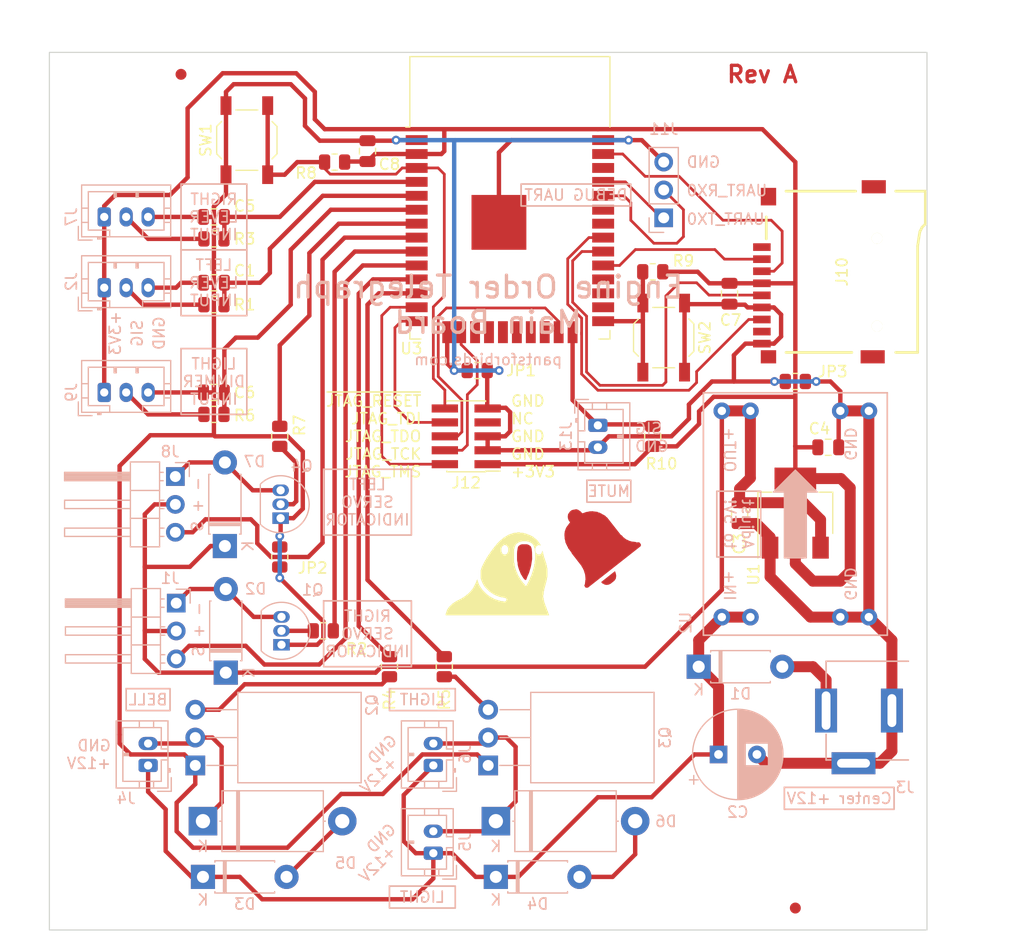
<source format=kicad_pcb>
(kicad_pcb (version 20211014) (generator pcbnew)
  (title_block (title "Engine Order Telegraph Main Board") (date "2022-05-24") (rev "A") (company "Pants for Birds") (comment 1 "pantsforbirds.com"))
  (layers (0 "F.Cu" signal) (31 "B.Cu" signal) (34 "B.Paste" user) (35 "F.Paste" user) (36 "B.SilkS" user "B.Silkscreen") (37 "F.SilkS" user "F.Silkscreen") (38 "B.Mask" user) (39 "F.Mask" user) (44 "Edge.Cuts" user))
  (net 0 "")
  (net 1 "/LEFT_LEVER_POS")
  (net 2 "GND")
  (net 3 "+12V")
  (net 4 "+5V")
  (net 5 "+3V3")
  (net 6 "/RIGHT_LEVER_POS")
  (net 7 "/LIGHT_DIMMER_POS")
  (net 8 "Net-(D1-Pad2)")
  (net 9 "Net-(D2-Pad2)")
  (net 10 "Net-(D3-Pad2)")
  (net 11 "Net-(D4-Pad2)")
  (net 12 "Net-(D5-Pad1)")
  (net 13 "Net-(D6-Pad1)")
  (net 14 "Net-(D7-Pad2)")
  (net 15 "/LEFT_SERVO_PULSE")
  (net 16 "Net-(J2-Pad2)")
  (net 17 "Net-(J7-Pad2)")
  (net 18 "/RIGHT_SERVO_PULSE")
  (net 19 "Net-(J9-Pad2)")
  (net 21 "/VSPI_CS0")
  (net 22 "/VSPI_MOSI")
  (net 23 "/VSPI_SCLK")
  (net 24 "/VSPI_MISO")
  (net 26 "/UART_TX0")
  (net 27 "/UART_RX0")
  (net 28 "/JTAG_TMS")
  (net 29 "/JTAG_TCK")
  (net 30 "/JTAG_TDO")
  (net 32 "/JTAG_TDI")
  (net 33 "/~{JTAG_RESET}")
  (net 34 "/MUTE_SELECT")
  (net 35 "Net-(Q1-Pad2)")
  (net 36 "Net-(Q2-Pad3)")
  (net 37 "Net-(Q3-Pad3)")
  (net 38 "Net-(Q4-Pad2)")
  (net 39 "/LEFT_SERVO_ENABLE")
  (net 40 "/BELL_ENABLE")
  (net 41 "/LIGHT_ENABLE")
  (net 42 "/RIGHT_SERVO_ENABLE")
  (net 43 "/IO0")
  (footprint "MountingHole:MountingHole_3.2mm_M3" (layer "F.Cu") (at 30 27)
    (fp_text reference "H2" hide)
    (fp_text value "MountingHole")
  )
  (footprint "Resistor_SMD:R_0805_2012Metric" (layer "F.Cu") (at 55 77 -90)
    (fp_text reference "R4")
    (fp_text value "270R")
  )
  (footprint "lib_fp:ding_ding" (layer "F.Cu") (at 69 67)
    (fp_text reference "GRAPHIC1" hide)
    (fp_text value "Ding Ding!" hide)
  )
  (footprint "Resistor_SMD:R_0805_2012Metric" (layer "F.Cu") (at 79 41 180)
    (fp_text reference "R9")
    (fp_text value "10k")
  )
  (footprint "Resistor_SMD:R_0805_2012Metric" (layer "F.Cu") (at 39 44)
    (fp_text reference "R1")
    (fp_text value "10k")
  )
  (footprint "Fiducial:Fiducial_1mm_Mask2mm" (layer "F.Cu") (at 36 23)
    (fp_text reference "GRAPHIC2" hide)
    (fp_text value "Graphic")
  )
  (footprint "Button_Switch_SMD:SW_SPST_TL3342" (layer "F.Cu") (at 80 47 -90)
    (fp_text reference "SW2")
    (fp_text value "SW_Push")
  )
  (footprint "Capacitor_SMD:C_0805_2012Metric" (layer "F.Cu") (at 39 36 180)
    (fp_text reference "C5")
    (fp_text value "0.1uF")
  )
  (footprint "Capacitor_SMD:C_0805_2012Metric" (layer "F.Cu") (at 95 57)
    (fp_text reference "C4")
    (fp_text value "10uF 10V")
  )
  (footprint "Button_Switch_SMD:SW_SPST_TL3342" (layer "F.Cu") (at 42 29 90)
    (fp_text reference "SW1")
    (fp_text value "SW_Push")
  )
  (footprint "Resistor_SMD:R_0805_2012Metric" (layer "F.Cu") (at 50 31 180)
    (fp_text reference "R8")
    (fp_text value "10k")
  )
  (footprint "Resistor_SMD:R_0805_2012Metric" (layer "F.Cu") (at 45 67 90)
    (fp_text reference "JP2")
    (fp_text value "Jumper_2_Bridged")
  )
  (footprint "Fiducial:Fiducial_1mm_Mask2mm" (layer "F.Cu") (at 92 99)
    (fp_text reference "GRAPHIC3" hide)
    (fp_text value "Graphic")
  )
  (footprint "Resistor_SMD:R_0805_2012Metric" (layer "F.Cu") (at 39 54)
    (fp_text reference "R6")
    (fp_text value "10k")
  )
  (footprint "MountingHole:MountingHole_3.2mm_M3" (layer "F.Cu") (at 98 27)
    (fp_text reference "H3" hide)
    (fp_text value "MountingHole")
  )
  (footprint "Resistor_SMD:R_0805_2012Metric" (layer "F.Cu") (at 79 56 -90)
    (fp_text reference "R10")
    (fp_text value "10k")
  )
  (footprint "MountingHole:MountingHole_3.2mm_M3" (layer "F.Cu") (at 98 95 180)
    (fp_text reference "H4" hide)
    (fp_text value "MountingHole")
  )
  (footprint "Resistor_SMD:R_0805_2012Metric" (layer "F.Cu") (at 45 56 -90)
    (fp_text reference "R7")
    (fp_text value "270R")
  )
  (footprint "Custom_Connector_Card:SD_GCT-MEM2055-00-190-01-A" (layer "F.Cu") (at 88.15 41 -90)
    (fp_text reference "J10")
    (fp_text value "Micro_SD_Card")
  )
  (footprint "Capacitor_SMD:C_0805_2012Metric" (layer "F.Cu") (at 53 30 -90)
    (fp_text reference "C8")
    (fp_text value "10uF 10V")
  )
  (footprint "Connector_PinHeader_1.27mm:PinHeader_2x05_P1.27mm_Vertical_SMD" (layer "F.Cu") (at 62 56 180)
    (fp_text reference "J12")
    (fp_text value "Conn_ARM_JTAG_SWD_10")
  )
  (footprint "Resistor_SMD:R_0805_2012Metric" (layer "F.Cu") (at 92 51)
    (fp_text reference "JP3")
    (fp_text value "Jumper_2_Bridged")
  )
  (footprint "Resistor_SMD:R_0805_2012Metric" (layer "F.Cu") (at 48.97 73.73 180)
    (fp_text reference "R2")
    (fp_text value "270R")
  )
  (footprint "Capacitor_SMD:C_0805_2012Metric" (layer "F.Cu") (at 86 43 -90)
    (fp_text reference "C7")
    (fp_text value "0.1uF")
  )
  (footprint "Resistor_SMD:R_0805_2012Metric" (layer "F.Cu") (at 60 77 -90)
    (fp_text reference "R5")
    (fp_text value "270R")
  )
  (footprint "Capacitor_SMD:C_0805_2012Metric" (layer "F.Cu") (at 86.92 63 -90)
    (fp_text reference "C3")
    (fp_text value "10uF 10V")
  )
  (footprint "MountingHole:MountingHole_3.2mm_M3" (layer "F.Cu") (at 30 95)
    (fp_text reference "H1" hide)
    (fp_text value "MountingHole")
  )
  (footprint "Package_TO_SOT_SMD:SOT-223-3_TabPin2" (layer "F.Cu") (at 92 63 90)
    (fp_text reference "U1")
    (fp_text value "AZ1117-3.3")
  )
  (footprint "Capacitor_SMD:C_0805_2012Metric" (layer "F.Cu") (at 39 42 180)
    (fp_text reference "C1")
    (fp_text value "0.1uF")
  )
  (footprint "Capacitor_SMD:C_0805_2012Metric" (layer "F.Cu") (at 39 52 180)
    (fp_text reference "C6")
    (fp_text value "0.1uF")
  )
  (footprint "Resistor_SMD:R_0805_2012Metric" (layer "F.Cu") (at 39 38)
    (fp_text reference "R3")
    (fp_text value "10k")
  )
  (footprint "Resistor_SMD:R_0805_2012Metric" (layer "F.Cu") (at 63 50)
    (fp_text reference "JP1")
    (fp_text value "Jumper_2_Bridged")
  )
  (footprint "RF_Module:ESP32-WROOM-32" (layer "F.Cu") (at 65.98 37.25)
    (fp_text reference "U3")
    (fp_text value "ESP32-WROOM-32")
  )
  (footprint "Connector_PinHeader_2.54mm:PinHeader_1x03_P2.54mm_Vertical" (layer "B.Cu") (at 80 36.08)
    (fp_text reference "J11")
    (fp_text value "2.54mm PinHeader 1x03 Male")
  )
  (footprint "Connector_JST:JST_PH_B2B-PH-K_1x02_P2.00mm_Vertical" (layer "B.Cu") (at 74 55 -90)
    (fp_text reference "J13")
    (fp_text value "JST-PH 1x02 Male")
  )
  (footprint "Package_TO_SOT_THT:TO-126-3_Horizontal_TabDown" (layer "B.Cu") (at 64 86 90)
    (fp_text reference "Q3")
    (fp_text value "BD139")
  )
  (footprint "Diode_THT:D_DO-41_SOD81_P7.62mm_Horizontal" (layer "B.Cu") (at 83.19 77)
    (fp_text reference "D1")
    (fp_text value "40V 1A")
  )
  (footprint "Connector_JST:JST_PH_B3B-PH-K_1x03_P2.00mm_Vertical" (layer "B.Cu") (at 29 42.45)
    (fp_text reference "J2")
    (fp_text value "JST-PH 1x03 Male")
  )
  (footprint "Diode_THT:D_DO-201AE_P12.70mm_Horizontal" (layer "B.Cu") (at 38 91.08)
    (fp_text reference "D5")
    (fp_text value "12V 5W")
  )
  (footprint "Custom_Module:Amazon_Small_Buck" (layer "B.Cu") (at 92 63.08 90)
    (fp_text reference "U2")
    (fp_text value "Amazon_Small_Buck")
  )
  (footprint "Diode_THT:D_DO-201AE_P12.70mm_Horizontal" (layer "B.Cu") (at 64.7 91.08)
    (fp_text reference "D6")
    (fp_text value "12V 5W")
  )
  (footprint "Connector_JST:JST_PH_B2B-PH-K_1x02_P2.00mm_Vertical" (layer "B.Cu") (at 33 86 90)
    (fp_text reference "J4")
    (fp_text value "JST-PH 1x02 Male")
  )
  (footprint "Connector_JST:JST_PH_B3B-PH-K_1x03_P2.00mm_Vertical" (layer "B.Cu") (at 29 36)
    (fp_text reference "J7")
    (fp_text value "JST-PH 1x03 Male")
  )
  (footprint "Package_TO_SOT_THT:TO-126-3_Horizontal_TabDown" (layer "B.Cu") (at 37.3 86 90)
    (fp_text reference "Q2")
    (fp_text value "BD139")
  )
  (footprint "Diode_THT:D_DO-41_SOD81_P7.62mm_Horizontal" (layer "B.Cu") (at 40 66 90)
    (fp_text reference "D7")
    (fp_text value "40V 1A")
  )
  (footprint "Diode_THT:D_DO-41_SOD81_P7.62mm_Horizontal" (layer "B.Cu") (at 64.7 96.16)
    (fp_text reference "D4")
    (fp_text value "40V 1A")
  )
  (footprint "Custom_Connector_BarrelJack:SOFNG_DC005-T20" (layer "B.Cu") (at 108.3025 81 180)
    (fp_text reference "J3")
    (fp_text value "Barrel_Jack")
  )
  (footprint "Package_TO_SOT_THT:TO-92_Inline" (layer "B.Cu") (at 45.16 75 90)
    (fp_text reference "Q1")
    (fp_text value "PN2222A")
  )
  (footprint "Connector_JST:JST_PH_B2B-PH-K_1x02_P2.00mm_Vertical" (layer "B.Cu") (at 59 94 90)
    (fp_text reference "J5")
    (fp_text value "JST-PH 1x02 Male")
  )
  (footprint "Connector_PinHeader_2.54mm:PinHeader_1x03_P2.54mm_Horizontal" (layer "B.Cu") (at 35.485 59.665 180)
    (fp_text reference "J8")
    (fp_text value "2.54mm PinHeader 1x03 Male")
  )
  (footprint "Connector_PinHeader_2.54mm:PinHeader_1x03_P2.54mm_Horizontal" (layer "B.Cu") (at 35.565 71.205 180)
    (fp_text reference "J1")
    (fp_text value "2.54mm PinHeader 1x03 Male")
  )
  (footprint "Diode_THT:D_DO-41_SOD81_P7.62mm_Horizontal" (layer "B.Cu") (at 38 96.16)
    (fp_text reference "D3")
    (fp_text value "40V 1A")
  )
  (footprint "Connector_JST:JST_PH_B2B-PH-K_1x02_P2.00mm_Vertical" (layer "B.Cu") (at 59 86 90)
    (fp_text reference "J6")
    (fp_text value "JST-PH 1x02 Male")
  )
  (footprint "Package_TO_SOT_THT:TO-92_Inline" (layer "B.Cu") (at 45.08 63.46 90)
    (fp_text reference "Q4")
    (fp_text value "PN2222A")
  )
  (footprint "Diode_THT:D_DO-41_SOD81_P7.62mm_Horizontal" (layer "B.Cu") (at 40.08 77.54 90)
    (fp_text reference "D2")
    (fp_text value "40V 1A")
  )
  (footprint "Connector_JST:JST_PH_B3B-PH-K_1x03_P2.00mm_Vertical" (layer "B.Cu") (at 29 52)
    (fp_text reference "J9")
    (fp_text value "JST-PH 1x03 Male")
  )
  (footprint "Capacitor_THT:CP_Radial_D8.0mm_P3.50mm" (layer "B.Cu") (at 85 85)
    (fp_text reference "C2")
    (fp_text value "100uF 50V")
  )
  (gr_rect (start 49 59) (end 57 65) (layer "B.SilkS") (width 0.15) (fill none))
  (gr_rect (start 36 48) (end 42 54) (layer "B.SilkS") (width 0.15) (fill none))
  (gr_poly (pts (xy 88.84 61) (xy 88.84 67) (xy 84.84 67) (xy 84.84 61)) (layer "B.SilkS") (width 0.15) (fill none))
  (gr_rect (start 36 33) (end 42 39) (layer "B.SilkS") (width 0.15) (fill none))
  (gr_rect (start 36 39) (end 42 45) (layer "B.SilkS") (width 0.15) (fill none))
  (gr_rect (start 55 97) (end 61 99) (layer "B.SilkS") (width 0.15) (fill none))
  (gr_poly (pts (xy 77 33) (xy 77 35) (xy 67 35) (xy 67 33)) (layer "B.SilkS") (width 0.15) (fill none))
  (gr_rect (start 49 71) (end 57 77) (layer "B.SilkS") (width 0.15) (fill none))
  (gr_rect (start 91 90) (end 101 88) (layer "B.SilkS") (width 0.15) (fill none))
  (gr_rect (start 31 81) (end 35 79) (layer "B.SilkS") (width 0.15) (fill none))
  (gr_rect (start 73 60) (end 77 62) (layer "B.SilkS") (width 0.15) (fill none))
  (gr_rect (start 55 79) (end 61 81) (layer "B.SilkS") (width 0.15) (fill none))
  (gr_rect (start 24 21) (end 104 101) (layer "Edge.Cuts") (width 0.1) (fill none))
  (gr_text "Rev A" (at 89 23) (layer "F.Cu") (effects (font (size 1.5 1.5) (thickness 0.3))))
  (gr_text "GND" (at 82 31) (layer "B.SilkS") (effects (font (size 1 1)) (justify right mirror)))
  (gr_text "Adjust\nto 5V!" (at 86.839999 64 270) (layer "B.SilkS") (effects (font (size 1 1)) (justify mirror)))
  (gr_text "UART_RX0" (at 82 33.6) (layer "B.SilkS") (effects (font (size 1 1)) (justify right mirror)))
  (gr_text "+12V" (at 55.5 85.4 45) (layer "B.SilkS") (effects (font (size 1 1)) (justify left mirror)))
  (gr_text "Center +12V" (at 96 89) (layer "B.SilkS") (effects (font (size 1 1)) (justify mirror)))
  (gr_text "RIGHT\nLEVER\nINPUT" (at 39 36) (layer "B.SilkS") (effects (font (size 1 1)) (justify mirror)))
  (gr_text "GND" (at 34 46.6 90) (layer "B.SilkS") (effects (font (size 1 1)) (justify mirror)))
  (gr_text "SIG" (at 32 46.6 90) (layer "B.SilkS") (effects (font (size 1 1)) (justify mirror)))
  (gr_text "+3V3" (at 30 46.6 90) (layer "B.SilkS") (effects (font (size 1 1)) (justify mirror)))
  (gr_text "- + S" (at 37.6 73.6 90) (layer "B.SilkS") (effects (font (size 1 1)) (justify mirror)))
  (gr_text "LEFT\nLEVER\nINPUT" (at 39 42) (layer "B.SilkS") (effects (font (size 1 1)) (justify mirror)))
  (gr_text "UART_TX0" (at 82 36.2) (layer "B.SilkS") (effects (font (size 1 1)) (justify right mirror)))
  (gr_text "LIGHT\nDIMMER\nINPUT" (at 39 51) (layer "B.SilkS") (effects (font (size 1 1)) (justify mirror)))
  (gr_text "LIGHT" (at 58 98) (layer "B.SilkS") (effects (font (size 1 1)) (justify mirror)))
  (gr_text "DEBUG UART" (at 72 34) (layer "B.SilkS") (effects (font (size 1 1)) (justify mirror)))
  (gr_text "GND\n+12V" (at 29.7 85) (layer "B.SilkS") (effects (font (size 1 1)) (justify left mirror)))
  (gr_text "Engine Order Telegraph\nMain Board" (at 64 44) (layer "B.SilkS") (effects (font (size 2 2) (thickness 0.3)) (justify mirror)))
  (gr_text "+12V" (at 55.4 93.5 45) (layer "B.SilkS") (effects (font (size 1 1)) (justify left mirror)))
  (gr_text "RIGHT\nSERVO\nINDICATOR" (at 53 74) (layer "B.SilkS") (effects (font (size 1 1)) (justify mirror)))
  (gr_text "GND" (at 55.5 83.4 45) (layer "B.SilkS") (effects (font (size 1 1)) (justify left mirror)))
  (gr_text "SIG\nGND" (at 77.3 56.1) (layer "B.SilkS") (effects (font (size 1 1)) (justify right mirror)))
  (gr_text "- + S" (at 37.5 62.2 90) (layer "B.SilkS") (effects (font (size 1 1)) (justify mirror)))
  (gr_text "pantsforbirds.com" (at 64 49) (layer "B.SilkS") (effects (font (size 1 1)) (justify mirror)))
  (gr_text "LIGHT" (at 58 80) (layer "B.SilkS") (effects (font (size 1 1)) (justify mirror)))
  (gr_text "MUTE" (at 75 61) (layer "B.SilkS") (effects (font (size 1 1)) (justify mirror)))
  (gr_text "GND" (at 55.4 91.5 45) (layer "B.SilkS") (effects (font (size 1 1)) (justify left mirror)))
  (gr_text "BELL" (at 33 80) (layer "B.SilkS") (effects (font (size 1 1)) (justify mirror)))
  (gr_text "LEFT\nSERVO\nINDICATOR" (at 53 62) (layer "B.SilkS") (effects (font (size 1 1)) (justify mirror)))
  (gr_text "GND\nNC\nGND\nGND\n+3V3" (at 66 56) (layer "F.SilkS") (effects (font (size 1 1)) (justify left)))
  (gr_text "~{JTAG_RESET}\nJTAG_TDI\nJTAG_TDO\nJTAG_TCK\nJTAG_TMS" (at 58 56) (layer "F.SilkS") (effects (font (size 1 1)) (justify right)))
  (segment (start 43.2 42) (end 39.95 42) (width 0.4) (layer "F.Cu") (net 1))
  (segment (start 57.48 34.075) (end 48.925 34.075) (width 0.4) (layer "F.Cu") (net 1))
  (segment (start 44.1 38.9) (end 44.1 41.1) (width 0.4) (layer "F.Cu") (net 1))
  (segment (start 39.95 42) (end 39.95 43.9625) (width 0.4) (layer "F.Cu") (net 1))
  (segment (start 39.95 43.9625) (end 39.9125 44) (width 0.4) (layer "F.Cu") (net 1))
  (segment (start 48.925 34.075) (end 44.1 38.9) (width 0.4) (layer "F.Cu") (net 1))
  (segment (start 44.1 41.1) (end 43.2 42) (width 0.4) (layer "F.Cu") (net 1))
  (segment (start 60.265 49.365) (end 60.9 50) (width 0.4) (layer "F.Cu") (net 2))
  (segment (start 65.6 53.4) (end 64.01 53.4) (width 0.4) (layer "F.Cu") (net 2))
  (segment (start 45.718559 56) (end 47.09952 57.380961) (width 0.4) (layer "F.Cu") (net 2))
  (segment (start 84.4 51) (end 86.4 51) (width 0.4) (layer "F.Cu") (net 2))
  (segment (start 36.30048 85.00048) (end 37.3 86) (width 0.4) (layer "F.Cu") (net 2))
  (segment (start 38.05 52) (end 38.99904 52) (width 0.4) (layer "F.Cu") (net 2))
  (segment (start 97.3025 85.8) (end 89.3 85.8) (width 1) (layer "F.Cu") (net 2))
  (segment (start 38.99952 51.99952) (end 38.99952 55.89952) (width 0.4) (layer "F.Cu") (net 2))
  (segment (start 45 68.9) (end 48.97048 72.87048) (width 0.4) (layer "F.Cu") (net 2))
  (segment (start 100.8025 84.6975) (end 100.8025 81) (width 1) (layer "F.Cu") (net 2))
  (segment (start 78 29) (end 76.8 29) (width 0.4) (layer "F.Cu") (net 2))
  (segment (start 45 65.1) (end 45 66.0875) (width 0.4) (layer "F.Cu") (net 2))
  (segment (start 88.95 47.55) (end 90.05 47.55) (width 0.4) (layer "F.Cu") (net 2))
  (segment (start 66.105 28.995) (end 64.98 30.12) (width 0.4) (layer "F.Cu") (net 2))
  (segment (start 80.69952 56.00048) (end 82.3 54.4) (width 0.4) (layer "F.Cu") (net 2))
  (segment (start 30.4 58.7) (end 30.4 83.2) (width 0.4) (layer "F.Cu") (net 2))
  (segment (start 40.1 33.95) (end 40.1 32.15) (width 0.4) (layer "F.Cu") (net 2))
  (segment (start 35.6 92) (end 37.1 93.5) (width 0.4) (layer "F.Cu") (net 2))
  (segment (start 87.4 44) (end 87.65 44.25) (width 0.4) (layer "F.Cu") (net 2))
  (segment (start 36 42) (end 38.05 42) (width 0.4) (layer "F.Cu") (net 2))
  (segment (start 39.1 56) (end 45.718559 56) (width 0.4) (layer "F.Cu") (net 2))
  (segment (start 48.65 29.05) (end 47.3 27.7) (width 0.4) (layer "F.Cu") (net 2))
  (segment (start 88.45 63.95) (end 89.7 65.2) (width 1) (layer "F.Cu") (net 2))
  (segment (start 38.05 42) (end 38.9 42) (width 0.4) (layer "F.Cu") (net 2))
  (segment (start 63.00048 85.00048) (end 64 86) (width 0.4) (layer "F.Cu") (net 2))
  (segment (start 45 68.9) (end 45 67.9125) (width 0.4) (layer "F.Cu") (net 2))
  (segment (start 65.55 56) (end 66 55.55) (width 0.4) (layer "F.Cu") (net 2))
  (segment (start 97.3025 85.8) (end 99.7 85.8) (width 1) (layer "F.Cu") (net 2))
  (segment (start 66 53.8) (end 65.6 53.4) (width 0.4) (layer "F.Cu") (net 2))
  (segment (start 40.1 32.15) (end 40.1 25.85) (width 0.4) (layer "F.Cu") (net 2))
  (segment (start 91.0875 51) (end 90.1 51) (width 0.4) (layer "F.Cu") (net 2))
  (segment (start 99.7 85.8) (end 100.8025 84.6975) (width 1) (layer "F.Cu") (net 2))
  (segment (start 47.09952 62.60048) (end 46.24 63.46) (width 0.4) (layer "F.Cu") (net 2))
  (segment (start 95.2 51) (end 96.1 51.9) (width 0.4) (layer "F.Cu") (net 2))
  (segment (start 66.13 57.27) (end 73.73 57.27) (width 0.4) (layer "F.Cu") (net 2))
  (segment (start 86.92 63.95) (end 88.45 63.95) (width 1) (layer "F.Cu") (net 2))
  (segment (start 64.98 30.12) (end 64.98 36.495) (width 0.4) (layer "F.Cu") (net 2))
  (segment (start 95.95 57) (end 95.95 53.83) (width 0.4) (layer "F.Cu") (net 2))
  (segment (start 40.1 24.6) (end 40.1 25.85) (width 0.4) (layer "F.Cu") (net 2))
  (segment (start 60.265 46.505) (end 60.265 49.365) (width 0.4) (layer "F.Cu") (net 2))
  (segment (start 45.08 63.46) (end 45.08 65.02) (width 0.4) (layer "F.Cu") (net 2))
  (segment (start 38.99952 55.89952) (end 33.20048 55.89952) (width 0.4) (layer "F.Cu") (net 2))
  (segment (start 87.45 47.55) (end 88.95 47.55) (width 0.4) (layer "F.Cu") (net 2))
  (segment (start 35.6 89.4) (end 35.6 92) (width 0.4) (layer "F.Cu") (net 2))
  (segment (start 33.20048 55.89952) (end 30.4 58.7) (width 0.4) (layer "F.Cu") (net 2))
  (segment (start 30.4 83.2) (end 30.4 84) (width 0.4) (layer "F.Cu") (net 2))
  (segment (start 30.4 84) (end 31.40048 85.00048) (width 0.4) (layer "F.Cu") (net 2))
  (segment (start 38.05048 35.99952) (end 38.05 36) (width 0.4) (layer "F.Cu") (net 2))
  (segment (start 86 43.95) (end 82 43.95) (width 0.4) (layer "F.Cu") (net 2))
  (segment (start 55.6 29) (end 55.605 28.995) (width 0.4) (layer "F.Cu") (net 2))
  (segment (start 86.4 51) (end 86.4 48.6) (width 0.4) (layer "F.Cu") (net 2))
  (segment (start 63.95 56) (end 63.95 57.27) (width 0.4) (layer "F.Cu") (net 2))
  (segment (start 38.99952 55.89952) (end 39.1 56) (width 0.4) (layer "F.Cu") (net 2))
  (segment (start 47.09952 57.380961) (end 47.09952 62.60048) (width 0.4) (layer "F.Cu") (net 2))
  (segment (start 57.99952 85.00048) (end 63.00048 85.00048) (width 0.4) (layer "F.Cu") (net 2))
  (segment (start 90.7 44.9) (end 90.7 46.9) (width 0.4) (layer "F.Cu") (net 2))
  (segment (start 38.99952 37.69952) (end 38.99952 35.99952) (width 0.4) (layer "F.Cu") (net 2))
  (segment (start 64.01 53.4) (end 63.95 53.46) (width 0.4) (layer "F.Cu") (net 2))
  (segment (start 40.80048 23.89952) (end 40.1 24.6) (width 0.4) (layer "F.Cu") (net 2))
  (segment (start 93.38 72.48) (end 96.1 72.48) (width 1) (layer "F.Cu") (net 2))
  (segment (start 76.795 28.995) (end 76.8 29) (width 0.4) (layer "F.Cu") (net 2))
  (segment (start 55.605 28.995) (end 57.48 28.995) (width 0.4) (layer "F.Cu") (net 2))
  (segment (start 63.9125 50) (end 63.9125 53.4225) (width 0.4) (layer "F.Cu") (net 2))
  (segment (start 86.4 51) (end 90.1 51) (width 0.4) (layer "F.Cu") (net 2))
  (segment (start 47.3 25.2) (end 45.99952 23.89952) (width 0.4) (layer "F.Cu") (net 2))
  (segment (start 96.1 53.68) (end 98.7 53.68) (width 1) (layer "F.Cu") (net 2))
  (segment (start 48.97048 74.448079) (end 48.418559 75) (width 0.4) (layer "F.Cu") (net 2))
  (segment (start 89.7 66.15) (end 89.7 68.8) (width 1) (layer "F.Cu") (net 2))
  (segment (start 39.525 34.525) (end 40.1 33.95) (width 0.4) (layer "F.Cu") (net 2))
  (segment (start 96.1 72.48) (end 98.7 72.48) (width 1) (layer "F.Cu") (net 2))
  (segment (start 55.55 29.05) (end 53 29.05) (width 0.4) (layer "F.Cu") (net 2))
  (segment (start 93.9 51) (end 95.2 51) (width 0.4) (layer "F.Cu") (net 2))
  (segment (start 98.7 72.48) (end 98.7 53.68) (width 1) (layer "F.Cu") (net 2))
  (segment (start 86 43.95) (end 86.05 44) (width 0.4) (layer "F.Cu") (net 2))
  (segment (start 62.0875 50) (end 60.9 50) (width 0.4) (layer "F.Cu") (net 2))
  (segment (start 38.99952 35.05048) (end 39.525 34.525) (width 0.4) (layer "F.Cu") (net 2))
  (segment (start 45.08 65.02) (end 45 65.1) (width 0.4) (layer "F.Cu") (net 2))
  (segment (start 95.95 53.83) (end 96.1 53.68) (width 0.4) (layer "F.Cu") (net 2))
  (segment (start 89.7 65.2) (end 89.7 66.15) (width 1) (layer "F.Cu") (net 2))
  (segment (start 82 43.95) (end 81.9 43.85) (width 0.4) (layer "F.Cu") (net 2))
  (segment (start 100.8025 74.5825) (end 98.7 72.48) (width 1) (layer "F.Cu") (net 2))
  (segment (start 55.6 29) (end 55.55 29.05) (width 0.4) (layer "F.Cu") (net 2))
  (segment (start 37.1 93.5) (end 45.7 93.5) (width 0.4) (layer "F.Cu") (net 2))
  (segment (start 63.9125 50) (end 65 50) (width 0.4) (layer "F.Cu") (net 2))
  (segment (start 74.48 28.995) (end 76.795 28.995) (width 0.4) (layer "F.Cu") (net 2))
  (segment (start 86.05 44) (end 87.4 44) (width 0.4) (layer "F.Cu") (net 2))
  (segment (start 38.99952 37.69952) (end 38.99952 42.09952) (width 0.4) (layer "F.Cu") (net 2))
  (segment (start 38.99904 52) (end 38.99952 51.99952) (width 0.4) (layer "F.Cu") (net 2))
  (segment (start 73.73 57.27) (end 74 57) (width 0.4) (layer "F.Cu") (net 2))
  (segment (start 83.35 52.05) (end 84.4 51) (width 0.4) (layer "F.Cu") (net 2))
  (segment (start 46.24 63.46) (end 45.08 63.46) (width 0.4) (layer "F.Cu") (net 2))
  (segment (start 45.7 93.5) (end 50.6 88.6) (width 0.4) (layer "F.Cu") (net 2))
  (segment (start 63.95 57.27) (end 66.13 57.27) (width 0.4) (layer "F.Cu") (net 2))
  (segment (start 90.05 44.25) (end 90.7 44.9) (width 0.4) (layer "F.Cu") (net 2))
  (segment (start 81.9 50.15) (end 81.9 43.85) (width 0.4) (layer "F.Cu") (net 2))
  (segment (start 100.8025 81) (end 100.8025 74.5825) (width 1) (layer "F.Cu") (net 2))
  (segment (start 38.99952 35.99952) (end 38.05048 35.99952) (width 0.4) (layer "F.Cu") (net 2))
  (segment (start 74.99952 56.00048) (end 80.69952 56.00048) (width 0.4) (layer "F.Cu") (net 2))
  (segment (start 82.3 54.4) (end 82.3 53.1) (width 0.4) (layer "F.Cu") (net 2))
  (segment (start 47.3 27.7) (end 47.3 25.2) (width 0.4) (layer "F.Cu") (net 2))
  (segment (start 45.99952 23.89952) (end 40.80048 23.89952) (width 0.4) (layer "F.Cu") (net 2))
  (segment (start 50.6 88.6) (end 54.4 88.6) (width 0.4) (layer "F.Cu") (net 2))
  (segment (start 86.4 48.6) (end 87.45 47.55) (width 0.4) (layer "F.Cu") (net 2))
  (segment (start 48.97048 72.87048) (end 48.97048 74.448079) (width 0.4) (layer "F.Cu") (net 2))
  (segment (start 80 31) (end 78 29) (width 0.4) (layer "F.Cu") (net 2))
  (segment (start 92.9125 51) (end 93.9 51) (width 0.4) (layer "F.Cu") (net 2))
  (segment (start 33 42.45) (end 35.55 42.45) (width 0.4) (layer "F.Cu") (net 2))
  (segment (start 37.3 86) (end 37.3 87.7) (width 0.4) (layer "F.Cu") (net 2))
  (segment (start 37.3 87.7) (end 35.6 89.4) (width 0.4) (layer "F.Cu") (net 2))
  (segment (start 74.48 28.995) (end 66.105 28.995) (width 0.4) (layer "F.Cu") (net 2))
  (segment (start 74 57) (end 74.99952 56.00048) (width 0.4) (layer "F.Cu") (net 2))
  (segment (start 53 29.05) (end 48.65 29.05) (width 0.4) (layer "F.Cu") (net 2))
  (segment (start 48.418559 75) (end 45.16 75) (width 0.4) (layer "F.Cu") (net 2))
  (segment (start 89.3 85.8) (end 88.5 85) (width 1) (layer "F.Cu") (net 2))
  (segment (start 90.05 47.55) (end 90.7 46.9) (width 0.4) (layer "F.Cu") (net 2))
  (segment (start 89.7 68.8) (end 93.38 72.48) (width 1) (layer "F.Cu") (net 2))
  (segment (start 35.55 42.45) (end 36 42) (width 0.4) (layer "F.Cu") (net 2))
  (segment (start 66 55.55) (end 66 53.8) (width 0.4) (layer "F.Cu") (net 2))
  (segment (start 63.9125 53.4225) (end 63.95 53.46) (width 0.4) (layer "F.Cu") (net 2))
  (segment (start 63.95 56) (end 65.55 56) (width 0.4) (layer "F.Cu") (net 2))
  (segment (start 33 36) (end 38.05 36) (width 0.4) (layer "F.Cu") (net 2))
  (segment (start 54.4 88.6) (end 57.99952 85.00048) (width 0.4) (layer "F.Cu") (net 2))
  (segment (start 38.99952 42.09952) (end 38.99952 51.99952) (width 0.4) (layer "F.Cu") (net 2))
  (segment (start 38.9 42) (end 38.99952 42.09952) (width 0.4) (layer "F.Cu") (net 2))
  (segment (start 87.65 44.25) (end 88.95 44.25) (width 0.4) (layer "F.Cu") (net 2))
  (segment (start 88.95 44.25) (end 90.05 44.25) (width 0.4) (layer "F.Cu") (net 2))
  (segment (start 31.40048 85.00048) (end 36.30048 85.00048) (width 0.4) (layer "F.Cu") (net 2))
  (segment (start 38.99952 35.99952) (end 38.99952 35.05048) (width 0.4) (layer "F.Cu") (net 2))
  (segment (start 33 52) (end 38.05 52) (width 0.4) (layer "F.Cu") (net 2))
  (segment (start 82.3 53.1) (end 83.35 52.05) (width 0.4) (layer "F.Cu") (net 2))
  (segment (start 96.1 51.9) (end 96.1 53.68) (width 0.4) (layer "F.Cu") (net 2))
  (via (at 93.9 51) (size 0.8) (drill 0.4) (layers "F.Cu" "B.Cu") (net 2))
  (via (at 65 50) (size 0.8) (drill 0.4) (layers "F.Cu" "B.Cu") (net 2))
  (via (at 45 68.9) (size 0.8) (drill 0.4) (layers "F.Cu" "B.Cu") (net 2))
  (via (at 45 65.1) (size 0.8) (drill 0.4) (layers "F.Cu" "B.Cu") (net 2))
  (via (at 55.6 29) (size 0.8) (drill 0.4) (layers "F.Cu" "B.Cu") (net 2))
  (via (at 60.9 50) (size 0.8) (drill 0.4) (layers "F.Cu" "B.Cu") (net 2))
  (via (at 76.8 29) (size 0.8) (drill 0.4) (layers "F.Cu" "B.Cu") (net 2))
  (via (at 90.1 51) (size 0.8) (drill 0.4) (layers "F.Cu" "B.Cu") (net 2))
  (segment (start 60.9 50) (end 60.9 29.1) (width 0.4) (layer "B.Cu") (net 2))
  (segment (start 60.9 50) (end 65 50) (width 0.4) (layer "B.Cu") (net 2))
  (segment (start 45 65.1) (end 45 68.9) (width 0.4) (layer "B.Cu") (net 2))
  (segment (start 55.6 29) (end 61 29) (width 0.4) (layer "B.Cu") (net 2))
  (segment (start 61 29) (end 76.8 29) (width 0.4) (layer "B.Cu") (net 2))
  (segment (start 60.9 29.1) (end 61 29) (width 0.4) (layer "B.Cu") (net 2))
  (segment (start 93.9 51) (end 90.1 51) (width 0.4) (layer "B.Cu") (net 2))
  (segment (start 82.8 85) (end 85 85) (width 0.4) (layer "F.Cu") (net 3))
  (segment (start 56.3 92.9) (end 57.4 94) (width 0.4) (layer "F.Cu") (net 3))
  (segment (start 87.9 72.48) (end 85.3 72.48) (width 1) (layer "F.Cu") (net 3))
  (segment (start 66.74 96.16) (end 74 88.9) (width 0.4) (layer "F.Cu") (net 3))
  (segment (start 59 86) (end 56.3 88.7) (width 0.4) (layer "F.Cu") (net 3))
  (segment (start 78.9 88.9) (end 82.8 85) (width 0.4) (layer "F.Cu") (net 3))
  (segment (start 74 88.9) (end 78.9 88.9) (width 0.4) (layer "F.Cu") (net 3))
  (segment (start 41.36 96.16) (end 43.4 98.2) (width 0.4) (layer "F.Cu") (net 3))
  (segment (start 38 96.16) (end 41.36 96.16) (width 0.4) (layer "F.Cu") (net 3))
  (segment (start 56.3 88.7) (end 56.3 92.9) (width 0.4) (layer "F.Cu") (net 3))
  (segment (start 62.86 96.16) (end 60.7 94) (width 0.4) (layer "F.Cu") (net 3))
  (segment (start 43.4 98.2) (end 57.1 98.2) (width 0.4) (layer "F.Cu") (net 3))
  (segment (start 36.96 96.16) (end 38 96.16) (width 0.4) (layer "F.Cu") (net 3))
  (segment (start 33 86) (end 33 88.4) (width 0.4) (layer "F.Cu") (net 3))
  (segment (start 34.6 93.8) (end 36.96 96.16) (width 0.4) (layer "F.Cu") (net 3))
  (segment (start 64.7 96.16) (end 62.86 96.16) (width 0.4) (layer "F.Cu") (net 3))
  (segment (start 64.7 96.16) (end 66.74 96.16) (width 0.4) (layer "F.Cu") (net 3))
  (segment (start 57.4 94) (end 59 94) (width 0.4) (layer "F.Cu") (net 3))
  (segment (start 57.1 98.2) (end 59 96.3) (width 0.4) (layer "F.Cu") (net 3))
  (segment (start 33 88.4) (end 34.6 90) (width 0.4) (layer "F.Cu") (net 3))
  (segment (start 85 78.81) (end 83.19 77) (width 1) (layer "F.Cu") (net 3))
  (segment (start 59 96.3) (end 59 94) (width 0.4) (layer "F.Cu") (net 3))
  (segment (start 83.19 77) (end 83.19 74.59) (width 1) (layer "F.Cu") (net 3))
  (segment (start 85 85) (end 85 78.81) (width 1) (layer "F.Cu") (net 3))
  (segment (start 83.19 74.59) (end 85.3 72.48) (width 1) (layer "F.Cu") (net 3))
  (segment (start 34.6 90) (end 34.6 93.8) (width 0.4) (layer "F.Cu") (net 3))
  (segment (start 60.7 94) (end 59 94) (width 0.4) (layer "F.Cu") (net 3))
  (segment (start 35.565 73.745) (end 32.745 73.745) (width 0.4) (layer "F.Cu") (net 4))
  (segment (start 36.8 67.9) (end 32.7 67.9) (width 0.4) (layer "F.Cu") (net 4))
  (segment (start 87.9 59.8) (end 86.92 60.78) (width 1) (layer "F.Cu") (net 4))
  (segment (start 33.94 77.54) (end 32.7 76.3) (width 0.4) (layer "F.Cu") (net 4))
  (segment (start 87.9 53.68) (end 85.3 53.68) (width 1) (layer "F.Cu") (net 4))
  (segment (start 40.08 77.54) (end 53.741441 77.54) (width 0.4) (layer "F.Cu") (net 4))
  (segment (start 86.92 60.78) (end 86.92 62.05) (width 1) (layer "F.Cu") (net 4))
  (segment (start 40 66) (end 38.7 66) (width 0.4) (layer "F.Cu") (net 4))
  (segment (start 85.3 70) (end 85.3 53.68) (width 0.4) (layer "F.Cu") (net 4))
  (segment (start 54.281921 76.99952) (end 78.30048 76.99952) (width 0.4) (layer "F.Cu") (net 4))
  (segment (start 53.741441 77.54) (end 54.281921 76.99952) (width 0.4) (layer "F.Cu") (net 4))
  (segment (start 32.7 73.7) (end 32.7 76.3) (width 0.4) (layer "F.Cu") (net 4))
  (segment (start 32.7 67.9) (end 32.7 73.7) (width 0.4) (layer "F.Cu") (net 4))
  (segment (start 32.7 63.1) (end 32.7 67.9) (width 0.4) (layer "F.Cu") (net 4))
  (segment (start 33.595 62.205) (end 32.7 63.1) (width 0.4) (layer "F.Cu") (net 4))
  (segment (start 92.75 62.05) (end 86.92 62.05) (width 1) (layer "F.Cu") (net 4))
  (segment (start 32.745 73.745) (end 32.7 73.7) (width 0.4) (layer "F.Cu") (net 4))
  (segment (start 35.485 62.205) (end 33.595 62.205) (width 0.4) (layer "F.Cu") (net 4))
  (segment (start 94.3 66.15) (end 94.3 63.6) (width 1) (layer "F.Cu") (net 4))
  (segment (start 94.3 63.6) (end 92.75 62.05) (width 1) (layer "F.Cu") (net 4))
  (segment (start 38.7 66) (end 36.8 67.9) (width 0.4) (layer "F.Cu") (net 4))
  (segment (start 78.30048 76.99952) (end 85.3 70) (width 0.4) (layer "F.Cu") (net 4))
  (segment (start 40.08 77.54) (end 33.94 77.54) (width 0.4) (layer "F.Cu") (net 4))
  (segment (start 87.9 53.68) (end 87.9 59.8) (width 1) (layer "F.Cu") (net 4))
  (segment (start 46.5 22.9) (end 39.8 22.9) (width 0.4) (layer "F.Cu") (net 5))
  (segment (start 59.735 30.265) (end 60 30) (width 0.4) (layer "F.Cu") (net 5))
  (segment (start 92 67.6) (end 93.6 69.2) (width 1) (layer "F.Cu") (net 5))
  (segment (start 92.1 57) (end 92 56.9) (width 0.4) (layer "F.Cu") (net 5))
  (segment (start 30 34) (end 29 35) (width 0.4) (layer "F.Cu") (net 5))
  (segment (start 48.2 24.6) (end 46.5 22.9) (width 0.4) (layer "F.Cu") (net 5))
  (segment (start 84.54785 52.4) (end 92 52.4) (width 0.4) (layer "F.Cu") (net 5))
  (segment (start 36.6 32.4) (end 35 34) (width 0.4) (layer "F.Cu") (net 5))
  (segment (start 92 52.4) (end 92 52) (width 0.4) (layer "F.Cu") (net 5))
  (segment (start 89 28) (end 74 28) (width 0.4) (layer "F.Cu") (net 5))
  (segment (start 60 28) (end 49.1 28) (width 0.4) (layer "F.Cu") (net 5))
  (segment (start 83.473925 53.473925) (end 84.073925 52.873925) (width 0.4) (layer "F.Cu") (net 5))
  (segment (start 91.95 42.05) (end 92 42) (width 0.4) (layer "F.Cu") (net 5))
  (segment (start 93.6 69.2) (end 96.1 69.2) (width 1) (layer "F.Cu") (net 5))
  (segment (start 88.95 42.05) (end 91.95 42.05) (width 0.4) (layer "F.Cu") (net 5))
  (segment (start 84.073925 52.873925) (end 84.54785 52.4) (width 0.4) (layer "F.Cu") (net 5))
  (segment (start 49.1 28) (end 48.2 27.1) (width 0.4) (layer "F.Cu") (net 5))
  (segment (start 83.223925 53.723925) (end 83.473925 53.473925) (width 0.4) (layer "F.Cu") (net 5))
  (segment (start 57.48 30.265) (end 59.735 30.265) (width 0.4) (layer "F.Cu") (net 5))
  (segment (start 60 30) (end 60 28) (width 0.4) (layer "F.Cu") (net 5))
  (segment (start 39.8 22.9) (end 36.6 26.1) (width 0.4) (layer "F.Cu") (net 5))
  (segment (start 92 52) (end 92 51.7) (width 0.4) (layer "F.Cu") (net 5))
  (segment (start 92 31) (end 90.85 29.85) (width 0.4) (layer "F.Cu") (net 5))
  (segment (start 35 34) (end 30 34) (width 0.4) (layer "F.Cu") (net 5))
  (segment (start 53.685 30.265) (end 53 30.95) (width 0.4) (layer "F.Cu") (net 5))
  (segment (start 29 35) (end 29 36) (width 0.4) (layer "F.Cu") (net 5))
  (segment (start 74 28) (end 60 28) (width 0.4) (layer "F.Cu") (net 5))
  (segment (start 97 60.7) (end 96.15 59.85) (width 1) (layer "F.Cu") (net 5))
  (segment (start 48.2 27.1) (end 48.2 24.6) (width 0.4) (layer "F.Cu") (net 5))
  (segment (start 92 59.85) (end 92 56.9) (width 0.4) (layer "F.Cu") (net 5))
  (segment (start 97 68.3) (end 97 60.7) (width 1) (layer "F.Cu") (net 5))
  (segment (start 92 51.7) (end 92 42) (width 0.4) (layer "F.Cu") (net 5))
  (segment (start 92 56.9) (end 92 52.4) (width 0.4) (layer "F.Cu") (net 5))
  (segment (start 57.48 30.265) (end 53.685 30.265) (width 0.4) (layer "F.Cu") (net 5))
  (segment (start 79.9125 41) (end 83.1 41) (width 0.4) (layer "F.Cu") (net 5))
  (segment (start 79 56.9125) (end 81.1875 56.9125) (width 0.4) (layer "F.Cu") (net 5))
  (segment (start 81.1875 56.9125) (end 83.223925 54.876075) (width 0.4) (layer "F.Cu") (net 5))
  (segment (start 84.15 42.05) (end 83.1 41) (width 0.4) (layer "F.Cu") (net 5))
  (segment (start 90.85 29.85) (end 89 28) (width 0.4) (layer "F.Cu") (net 5))
  (segment (start 53 30.95) (end 50.7775 30.95) (width 0.4) (layer "F.Cu") (net 5))
  (segment (start 86 42.05) (end 84.15 42.05) (width 0.4) (layer "F.Cu") (net 5))
  (segment (start 83.223925 54.876075) (end 83.223925 53.723925) (width 0.4) (layer "F.Cu") (net 5))
  (segment (start 63.95 58.54) (end 77.3725 58.54) (width 0.4) (layer "F.Cu") (net 5))
  (segment (start 92 42) (end 92 31) (width 0.4) (layer "F.Cu") (net 5))
  (segment (start 88.95 42.05) (end 86 42.05) (width 0.4) (layer "F.Cu") (net 5))
  (segment (start 94.05 57) (end 92.1 57) (width 0.4) (layer "F.Cu") (net 5))
  (segment (start 96.15 59.85) (end 92 59.85) (width 1) (layer "F.Cu") (net 5))
  (segment (start 96.1 69.2) (end 97 68.3) (width 1) (layer "F.Cu") (net 5))
  (segment (start 29 36) (end 29 52) (width 0.4) (layer "F.Cu") (net 5))
  (segment (start 77.3725 58.54) (end 79 56.9125) (width 0.4) (layer "F.Cu") (net 5))
  (segment (start 36.6 26.1) (end 36.6 32.4) (width 0.4) (layer "F.Cu") (net 5))
  (segment (start 92 66.15) (end 92 67.6) (width 1) (layer "F.Cu") (net 5))
  (segment (start 48.195 32.805) (end 45 36) (width 0.4) (layer "F.Cu") (net 6))
  (segment (start 57.48 32.805) (end 48.195 32.805) (width 0.4) (layer "F.Cu") (net 6))
  (segment (start 45 36) (end 39.95 36) (width 0.4) (layer "F.Cu") (net 6))
  (segment (start 39.95 36) (end 39.95 37.9625) (width 0.4) (layer "F.Cu") (net 6))
  (segment (start 39.95 37.9625) (end 39.9125 38) (width 0.4) (layer "F.Cu") (net 6))
  (segment (start 46 39) (end 46 44) (width 0.4) (layer "F.Cu") (net 7))
  (segment (start 41 47) (end 39.95 48.05) (width 0.4) (layer "F.Cu") (net 7))
  (segment (start 39.95 53.9625) (end 39.9125 54) (width 0.4) (layer "F.Cu") (net 7))
  (segment (start 43 47) (end 41 47) (width 0.4) (layer "F.Cu") (net 7))
  (segment (start 46 44) (end 43 47) (width 0.4) (layer "F.Cu") (net 7))
  (segment (start 39.95 48.05) (end 39.95 52) (width 0.4) (layer "F.Cu") (net 7))
  (segment (start 57.48 35.345) (end 49.655 35.345) (width 0.4) (layer "F.Cu") (net 7))
  (segment (start 39.95 52) (end 39.95 53.9625) (width 0.4) (layer "F.Cu") (net 7))
  (segment (start 49.655 35.345) (end 46 39) (width 0.4) (layer "F.Cu") (net 7))
  (segment (start 94.8025 81) (end 94.8025 78.2025) (width 1) (layer "F.Cu") (net 8))
  (segment (start 94.8025 78.2025) (end 93.6 77) (width 1) (layer "F.Cu") (net 8))
  (segment (start 93.6 77) (end 90.81 77) (width 1) (layer "F.Cu") (net 8))
  (segment (start 42.62 72.46) (end 40.08 69.92) (width 0.4) (layer "F.Cu") (net 9))
  (segment (start 40.08 69.92) (end 36.85 69.92) (width 0.4) (layer "F.Cu") (net 9))
  (segment (start 45.16 72.46) (end 42.62 72.46) (width 0.4) (layer "F.Cu") (net 9))
  (segment (start 36.85 69.92) (end 35.565 71.205) (width 0.4) (layer "F.Cu") (net 9))
  (segment (start 45.62 96.16) (end 50.7 91.08) (width 0.4) (layer "F.Cu") (net 10))
  (segment (start 72.32 96.16) (end 75.34 96.16) (width 0.4) (layer "F.Cu") (net 11))
  (segment (start 77.4 94.1) (end 77.4 91.08) (width 0.4) (layer "F.Cu") (net 11))
  (segment (start 75.34 96.16) (end 77.4 94.1) (width 0.4) (layer "F.Cu") (net 11))
  (segment (start 39.7 84.3) (end 39.7 89.38) (width 0.4) (layer "F.Cu") (net 12))
  (segment (start 38.86 83.46) (end 39.7 84.3) (width 0.4) (layer "F.Cu") (net 12))
  (segment (start 39.7 89.38) (end 38 91.08) (width 0.4) (layer "F.Cu") (net 12))
  (segment (start 33 84) (end 36.76 84) (width 0.4) (layer "F.Cu") (net 12))
  (segment (start 36.76 84) (end 37.3 83.46) (width 0.4) (layer "F.Cu") (net 12))
  (segment (start 37.3 83.46) (end 38.86 83.46) (width 0.4) (layer "F.Cu") (net 12))
  (segment (start 63.78 92) (end 64.7 91.08) (width 0.4) (layer "F.Cu") (net 13))
  (segment (start 59 92) (end 63.78 92) (width 0.4) (layer "F.Cu") (net 13))
  (segment (start 66.5 84.3) (end 66.5 89.28) (width 0.4) (layer "F.Cu") (net 13))
  (segment (start 64 83.46) (end 65.66 83.46) (width 0.4) (layer "F.Cu") (net 13))
  (segment (start 66.5 89.28) (end 64.7 91.08) (width 0.4) (layer "F.Cu") (net 13))
  (segment (start 59 84) (end 63.46 84) (width 0.4) (layer "F.Cu") (net 13))
  (segment (start 63.46 84) (end 64 83.46) (width 0.4) (layer "F.Cu") (net 13))
  (segment (start 65.66 83.46) (end 66.5 84.3) (width 0.4) (layer "F.Cu") (net 13))
  (segment (start 42.54 60.92) (end 40 58.38) (width 0.4) (layer "F.Cu") (net 14))
  (segment (start 36.77 58.38) (end 35.485 59.665) (width 0.4) (layer "F.Cu") (net 14))
  (segment (start 45.08 60.92) (end 42.54 60.92) (width 0.4) (layer "F.Cu") (net 14))
  (segment (start 40 58.38) (end 36.77 58.38) (width 0.4) (layer "F.Cu") (net 14))
  (segment (start 43 76.2) (end 41.9 75.1) (width 0.4) (layer "F.Cu") (net 15))
  (segment (start 51 42) (end 51 74.4) (width 0.4) (layer "F.Cu") (net 15))
  (segment (start 41.9 75.1) (end 36.75 75.1) (width 0.4) (layer "F.Cu") (net 15))
  (segment (start 48.6 76.8) (end 43.6 76.8) (width 0.4) (layer "F.Cu") (net 15))
  (segment (start 52.575 40.425) (end 51 42) (width 0.4) (layer "F.Cu") (net 15))
  (segment (start 57.48 40.425) (end 52.575 40.425) (width 0.4) (layer "F.Cu") (net 15))
  (segment (start 43.6 76.8) (end 43 76.2) (width 0.4) (layer "F.Cu") (net 15))
  (segment (start 51 74.4) (end 48.6 76.8) (width 0.4) (layer "F.Cu") (net 15))
  (segment (start 36.75 75.1) (end 35.565 76.285) (width 0.4) (layer "F.Cu") (net 15))
  (segment (start 32.55 44) (end 31 42.45) (width 0.4) (layer "F.Cu") (net 16))
  (segment (start 38.0875 44) (end 32.55 44) (width 0.4) (layer "F.Cu") (net 16))
  (segment (start 38.0875 38) (end 33 38) (width 0.4) (layer "F.Cu") (net 17))
  (segment (start 33 38) (end 31 36) (width 0.4) (layer "F.Cu") (net 17))
  (segment (start 48.9 39.9) (end 48.9 65.7) (width 0.4) (layer "F.Cu") (net 18))
  (segment (start 47.60048 66.99952) (end 44.19952 66.99952) (width 0.4) (layer "F.Cu") (net 18))
  (segment (start 38.235 63.565) (end 37.055 64.745) (width 0.4) (layer "F.Cu") (net 18))
  (segment (start 48.9 65.7) (end 47.60048 66.99952) (width 0.4) (layer "F.Cu") (net 18))
  (segment (start 42.95 65.75) (end 42.95 64.15) (width 0.4) (layer "F.Cu") (net 18))
  (segment (start 44.19952 66.99952) (end 42.95 65.75) (width 0.4) (layer "F.Cu") (net 18))
  (segment (start 42.365 63.565) (end 38.235 63.565) (width 0.4) (layer "F.Cu") (net 18))
  (segment (start 50.915 37.885) (end 48.9 39.9) (width 0.4) (layer "F.Cu") (net 18))
  (segment (start 37.055 64.745) (end 35.485 64.745) (width 0.4) (layer "F.Cu") (net 18))
  (segment (start 57.48 37.885) (end 50.915 37.885) (width 0.4) (layer "F.Cu") (net 18))
  (segment (start 42.95 64.15) (end 42.365 63.565) (width 0.4) (layer "F.Cu") (net 18))
  (segment (start 33 54) (end 31 52) (width 0.4) (layer "F.Cu") (net 19))
  (segment (start 38.0875 54) (end 33 54) (width 0.4) (layer "F.Cu") (net 19))
  (segment (start 84.667264 38.97548) (end 77.42452 38.97548) (width 0.25) (layer "F.Cu") (net 21))
  (segment (start 77.42452 38.97548) (end 75.975 40.425) (width 0.25) (layer "F.Cu") (net 21))
  (segment (start 85.541784 39.85) (end 84.667264 38.97548) (width 0.25) (layer "F.Cu") (net 21))
  (segment (start 75.975 40.425) (end 74.48 40.425) (width 0.25) (layer "F.Cu") (net 21))
  (segment (start 88.95 39.85) (end 85.541784 39.85) (width 0.25) (layer "F.Cu") (net 21))
  (segment (start 85.4 36.3) (end 81.4 32.3) (width 0.25) (layer "F.Cu") (net 22))
  (segment (start 90.05 40.95) (end 90.8 40.2) (width 0.25) (layer "F.Cu") (net 22))
  (segment (start 78.3 32.3) (end 76.265 30.265) (width 0.25) (layer "F.Cu") (net 22))
  (segment (start 90.8 37.3) (end 89.8 36.3) (width 0.25) (layer "F.Cu") (net 22))
  (segment (start 88.95 40.95) (end 90.05 40.95) (width 0.25) (layer "F.Cu") (net 22))
  (segment (start 89.8 36.3) (end 85.4 36.3) (width 0.25) (layer "F.Cu") (net 22))
  (segment (start 81.4 32.3) (end 78.3 32.3) (width 0.25) (layer "F.Cu") (net 22))
  (segment (start 90.8 40.2) (end 90.8 37.3) (width 0.25) (layer "F.Cu") (net 22))
  (segment (start 76.265 30.265) (end 74.48 30.265) (width 0.25) (layer "F.Cu") (net 22))
  (segment (start 72.967859 50.132141) (end 74.186198 51.35048) (width 0.25) (layer "F.Cu") (net 23))
  (segment (start 80.2 51.05048) (end 80.2 43.2) (width 0.25) (layer "F.Cu") (net 23))
  (segment (start 72.967859 45.04312) (end 72.967859 50.132141) (width 0.25) (layer "F.Cu") (net 23))
  (segment (start 88.92548 43.12548) (end 84.12548 43.12548) (width 0.25) (layer "F.Cu") (net 23))
  (segment (start 81.4 42) (end 83 42) (width 0.25) (layer "F.Cu") (net 23))
  (segment (start 79.9 51.35048) (end 80.2 51.05048) (width 0.25) (layer "F.Cu") (net 23))
  (segment (start 74.186198 51.35048) (end 79.9 51.35048) (width 0.25) (layer "F.Cu") (net 23))
  (segment (start 80.2 43.2) (end 81.4 42) (width 0.25) (layer "F.Cu") (net 23))
  (segment (start 71.7 43.775261) (end 72.967859 45.04312) (width 0.25) (layer "F.Cu") (net 23))
  (segment (start 72.545 39.155) (end 71.7 40) (width 0.25) (layer "F.Cu") (net 23))
  (segment (start 88.95 43.15) (end 88.92548 43.12548) (width 0.25) (layer "F.Cu") (net 23))
  (segment (start 71.7 40) (end 71.7 43.775261) (width 0.25) (layer "F.Cu") (net 23))
  (segment (start 83 42) (end 84.12548 43.12548) (width 0.25) (layer "F.Cu") (net 23))
  (segment (start 74.48 39.155) (end 72.545 39.155) (width 0.25) (layer "F.Cu") (net 23))
  (segment (start 71.25048 43.961458) (end 71.25048 39.813802) (width 0.25) (layer "F.Cu") (net 24))
  (segment (start 72.518339 45.229317) (end 71.25048 43.961458) (width 0.25) (layer "F.Cu") (net 24))
  (segment (start 74 51.8) (end 72.518339 50.318339) (width 0.25) (layer "F.Cu") (net 24))
  (segment (start 82.3 51.8) (end 74 51.8) (width 0.25) (layer "F.Cu") (net 24))
  (segment (start 83 50.1) (end 83 51.1) (width 0.25) (layer "F.Cu") (net 24))
  (segment (start 88.95 45.35) (end 87.75 45.35) (width 0.25) (layer "F.Cu") (net 24))
  (segment (start 71.25048 39.813802) (end 73.179282 37.885) (width 0.25) (layer "F.Cu") (net 24))
  (segment (start 87.75 45.35) (end 83 50.1) (width 0.25) (layer "F.Cu") (net 24))
  (segment (start 83 51.1) (end 82.3 51.8) (width 0.25) (layer "F.Cu") (net 24))
  (segment (start 72.518339 46.718339) (end 72.518339 45.229317) (width 0.25) (layer "F.Cu") (net 24))
  (segment (start 72.518339 50.318339) (end 72.518339 46.518339) (width 0.25) (layer "F.Cu") (net 24))
  (segment (start 73.179282 37.885) (end 74.48 37.885) (width 0.25) (layer "F.Cu") (net 24))
  (segment (start 76.505 32.805) (end 74.48 32.805) (width 0.25) (layer "F.Cu") (net 26))
  (segment (start 80 36.08) (end 79.78 36.08) (width 0.25) (layer "F.Cu") (net 26))
  (segment (start 79.78 36.08) (end 76.505 32.805) (width 0.25) (layer "F.Cu") (net 26))
  (segment (start 79.1 38.4) (end 77 36.3) (width 0.25) (layer "F.Cu") (net 27))
  (segment (start 76.375 34.075) (end 74.48 34.075) (width 0.25) (layer "F.Cu") (net 27))
  (segment (start 77 34.7) (end 76.375 34.075) (width 0.25) (layer "F.Cu") (net 27))
  (segment (start 81.8 37.8) (end 81.2 38.4) (width 0.25) (layer "F.Cu") (net 27))
  (segment (start 81.8 35.34) (end 81.8 37.8) (width 0.25) (layer "F.Cu") (net 27))
  (segment (start 81.2 38.4) (end 79.1 38.4) (width 0.25) (layer "F.Cu") (net 27))
  (segment (start 77 36.3) (end 77 34.7) (width 0.25) (layer "F.Cu") (net 27))
  (segment (start 80 33.54) (end 81.8 35.34) (width 0.25) (layer "F.Cu") (net 27))
  (segment (start 55.065 44.235) (end 54.3 45) (width 0.25) (layer "F.Cu") (net 28))
  (segment (start 55.04 58.54) (end 60.05 58.54) (width 0.25) (layer "F.Cu") (net 28))
  (segment (start 54.3 45) (end 54.3 57.8) (width 0.25) (layer "F.Cu") (net 28))
  (segment (start 57.48 44.235) (end 55.065 44.235) (width 0.25) (layer "F.Cu") (net 28))
  (segment (start 54.3 57.8) (end 55.04 58.54) (width 0.25) (layer "F.Cu") (net 28))
  (segment (start 61.63 57.27) (end 60.05 57.27) (width 0.25) (layer "F.Cu") (net 29))
  (segment (start 62.1 52.2) (end 62.1 56.8) (width 0.25) (layer "F.Cu") (net 29))
  (segment (start 62.1 56.8) (end 61.63 57.27) (width 0.25) (layer "F.Cu") (net 29))
  (segment (start 63 49.1) (end 63 51.3) (width 0.25) (layer "F.Cu") (net 29))
  (segment (start 61.535 46.505) (end 61.535 47.635) (width 0.25) (layer "F.Cu") (net 29))
  (segment (start 63 51.3) (end 62.1 52.2) (width 0.25) (layer "F.Cu") (net 29))
  (segment (start 61.535 47.635) (end 63 49.1) (width 0.25) (layer "F.Cu") (net 29))
  (segment (start 60.05 56) (end 61.2 56) (width 0.25) (layer "F.Cu") (net 30))
  (segment (start 70.425 45.525) (end 70.425 46.505) (width 0.25) (layer "F.Cu") (net 30))
  (segment (start 69.2 44.3) (end 70.425 45.525) (width 0.25) (layer "F.Cu") (net 30))
  (segment (start 59.44952 50.54952) (end 59.44952 45.05048) (width 0.25) (layer "F.Cu") (net 30))
  (segment (start 61.6 52.7) (end 59.44952 50.54952) (width 0.25) (layer "F.Cu") (net 30))
  (segment (start 59.44952 45.05048) (end 60.2 44.3) (width 0.25) (layer "F.Cu") (net 30))
  (segment (start 61.6 55.6) (end 61.6 52.7) (width 0.25) (layer "F.Cu") (net 30))
  (segment (start 61.2 56) (end 61.6 55.6) (width 0.25) (layer "F.Cu") (net 30))
  (segment (start 60.2 44.3) (end 69.2 44.3) (width 0.25) (layer "F.Cu") (net 30))
  (segment (start 55.5 46.1) (end 56.095 45.505) (width 0.25) (layer "F.Cu") (net 32))
  (segment (start 56.095 45.505) (end 57.48 45.505) (width 0.25) (layer "F.Cu") (net 32))
  (segment (start 60.05 54.73) (end 56.93 54.73) (width 0.25) (layer "F.Cu") (net 32))
  (segment (start 56.93 54.73) (end 55.5 53.3) (width 0.25) (layer "F.Cu") (net 32))
  (segment (start 55.5 53.3) (end 55.5 46.1) (width 0.25) (layer "F.Cu") (net 32))
  (segment (start 56.165 31.535) (end 57.48 31.535) (width 0.25) (layer "F.Cu") (net 33))
  (segment (start 60 32.1) (end 59.435 31.535) (width 0.25) (layer "F.Cu") (net 33))
  (segment (start 49.0875 31) (end 49.0875 31.5875) (width 0.25) (layer "F.Cu") (net 33))
  (segment (start 49.6 32.1) (end 55.6 32.1) (width 0.25) (layer "F.Cu") (net 33))
  (segment (start 46.6 31) (end 49.0875 31) (width 0.4) (layer "F.Cu") (net 33))
  (segment (start 59.435 31.535) (end 57.48 31.535) (width 0.25) (layer "F.Cu") (net 33))
  (segment (start 60.05 51.785718) (end 59 50.735718) (width 0.25) (layer "F.Cu") (net 33))
  (segment (start 59 50.735718) (end 59 44.2) (width 0.25) (layer "F.Cu") (net 33))
  (segment (start 45.45 32.15) (end 46.6 31) (width 0.4) (layer "F.Cu") (net 33))
  (segment (start 49.0875 31.5875) (end 49.6 32.1) (width 0.25) (layer "F.Cu") (net 33))
  (segment (start 60.05 53.46) (end 60.05 51.785718) (width 0.25) (layer "F.Cu") (net 33))
  (segment (start 43.9 25.85) (end 43.9 32.15) (width 0.4) (layer "F.Cu") (net 33))
  (segment (start 60 43.2) (end 60 32.1) (width 0.25) (layer "F.Cu") (net 33))
  (segment (start 55.6 32.1) (end 56.165 31.535) (width 0.25) (layer "F.Cu") (net 33))
  (segment (start 59 44.2) (end 60 43.2) (width 0.25) (layer "F.Cu") (net 33))
  (segment (start 43.9 32.15) (end 45.45 32.15) (width 0.4) (layer "F.Cu") (net 33))
  (segment (start 71.695 52.695) (end 71.695 46.505) (width 0.4) (layer "F.Cu") (net 34))
  (segment (start 79 54.9125) (end 74.0875 54.9125) (width 0.4) (layer "F.Cu") (net 34))
  (segment (start 74.0875 54.9125) (end 74 55) (width 0.4) (layer "F.Cu") (net 34))
  (segment (start 74 55) (end 71.695 52.695) (width 0.4) (layer "F.Cu") (net 34))
  (segment (start 48.0575 73.73) (end 45.16 73.73) (width 0.4) (layer "F.Cu") (net 35))
  (segment (start 55 77.9125) (end 54.3125 78.6) (width 0.4) (layer "F.Cu") (net 36))
  (segment (start 54.3125 78.6) (end 41.8 78.6) (width 0.4) (layer "F.Cu") (net 36))
  (segment (start 39.48 80.92) (end 37.3 80.92) (width 0.4) (layer "F.Cu") (net 36))
  (segment (start 41.8 78.6) (end 39.48 80.92) (width 0.4) (layer "F.Cu") (net 36))
  (segment (start 60.9925 77.9125) (end 64 80.92) (width 0.4) (layer "F.Cu") (net 37))
  (segment (start 60 77.9125) (end 60.9925 77.9125) (width 0.4) (layer "F.Cu") (net 37))
  (segment (start 46.23 62.19) (end 45.08 62.19) (width 0.4) (layer "F.Cu") (net 38))
  (segment (start 46.5 58.4125) (end 46.5 61.92) (width 0.4) (layer "F.Cu") (net 38))
  (segment (start 46.5 61.92) (end 46.23 62.19) (width 0.4) (layer "F.Cu") (net 38))
  (segment (start 45 56.9125) (end 46.5 58.4125) (width 0.4) (layer "F.Cu") (net 38))
  (segment (start 50 41) (end 50 73.6125) (width 0.4) (layer "F.Cu") (net 39))
  (segment (start 51.845 39.155) (end 50 41) (width 0.4) (layer "F.Cu") (net 39))
  (segment (start 57.48 39.155) (end 51.845 39.155) (width 0.4) (layer "F.Cu") (net 39))
  (segment (start 50 73.6125) (end 49.8825 73.73) (width 0.4) (layer "F.Cu") (net 39))
  (segment (start 53.50452 41.695) (end 52.19952 43) (width 0.4) (layer "F.Cu") (net 40))
  (segment (start 57.48 41.695) (end 53.50452 41.695) (width 0.4) (layer "F.Cu") (net 40))
  (segment (start 52.19952 43) (end 52.19952 73.28702) (width 0.4) (layer "F.Cu") (net 40))
  (segment (start 52.19952 73.28702) (end 55 76.0875) (width 0.4) (layer "F.Cu") (net 40))
  (segment (start 57.48 42.965) (end 54.035 42.965) (width 0.4) (layer "F.Cu") (net 41))
  (segment (start 54.035 42.965) (end 53 44) (width 0.4) (layer "F.Cu") (net 41))
  (segment (start 53 69.0875) (end 60 76.0875) (width 0.4) (layer "F.Cu") (net 41))
  (segment (start 53 44) (end 53 69.0875) (width 0.4) (layer "F.Cu") (net 41))
  (segment (start 47.69952 39.30048) (end 47.69952 44.99548) (width 0.4) (layer "F.Cu") (net 42))
  (segment (start 57.48 36.615) (end 50.385 36.615) (width 0.4) (layer "F.Cu") (net 42))
  (segment (start 50.385 36.615) (end 47.69952 39.30048) (width 0.4) (layer "F.Cu") (net 42))
  (segment (start 45 47.695) (end 45 55.0875) (width 0.4) (layer "F.Cu") (net 42))
  (segment (start 47.69952 44.99548) (end 45 47.695) (width 0.4) (layer "F.Cu") (net 42))
  (segment (start 78.1 50.3) (end 78.1 45.4) (width 0.4) (layer "F.Cu") (net 43))
  (segment (start 77.995 45.505) (end 78.1 45.4) (width 0.4) (layer "F.Cu") (net 43))
  (segment (start 78.1 41.1625) (end 78.0875 41.15) (width 0.4) (layer "F.Cu") (net 43))
  (segment (start 78.1 44) (end 78.1 41.1625) (width 0.4) (layer "F.Cu") (net 43))
  (segment (start 74.48 45.505) (end 77.995 45.505) (width 0.4) (layer "F.Cu") (net 43))
  (segment (start 78.1 45.4) (end 78.1 44) (width 0.4) (layer "F.Cu") (net 43))
)
</source>
